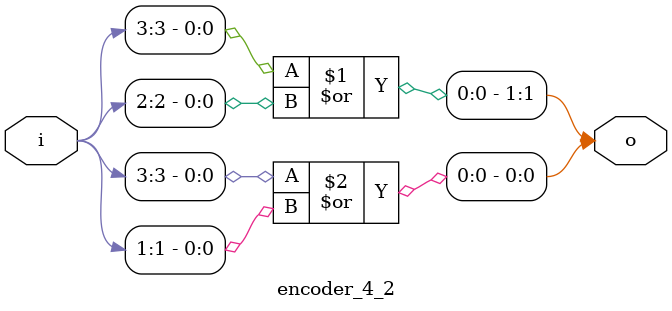
<source format=v>
module encoder_4_2(
input [3:0] i,
output [1:0] o);

assign o[1] = i[3] | i[2];
assign o[0] = i[3] | i[1];

endmodule

</source>
